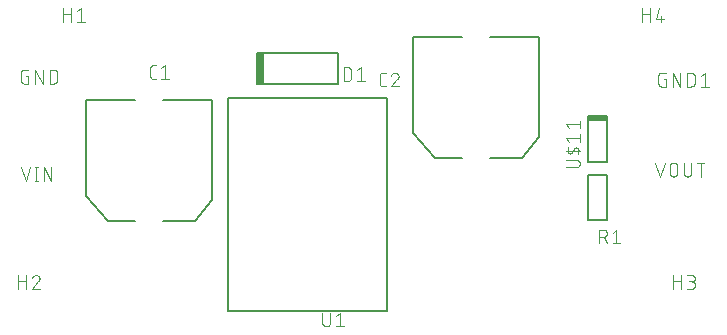
<source format=gbr>
G04 EAGLE Gerber RS-274X export*
G75*
%MOMM*%
%FSLAX34Y34*%
%LPD*%
%INSilkscreen Top*%
%IPPOS*%
%AMOC8*
5,1,8,0,0,1.08239X$1,22.5*%
G01*
%ADD10C,0.127000*%
%ADD11C,0.101600*%


D10*
X113730Y212290D02*
X72430Y212290D01*
X72430Y131290D01*
X90430Y110290D01*
X113730Y110290D01*
X137730Y212290D02*
X179030Y212290D01*
X179030Y128290D01*
X164030Y110290D01*
X137730Y110290D01*
D11*
X131581Y230448D02*
X128984Y230448D01*
X128885Y230450D01*
X128785Y230456D01*
X128686Y230465D01*
X128588Y230478D01*
X128490Y230495D01*
X128392Y230516D01*
X128296Y230541D01*
X128201Y230569D01*
X128107Y230601D01*
X128014Y230636D01*
X127922Y230675D01*
X127832Y230718D01*
X127744Y230763D01*
X127657Y230813D01*
X127573Y230865D01*
X127490Y230921D01*
X127410Y230979D01*
X127332Y231041D01*
X127257Y231106D01*
X127184Y231174D01*
X127114Y231244D01*
X127046Y231317D01*
X126981Y231392D01*
X126919Y231470D01*
X126861Y231550D01*
X126805Y231633D01*
X126753Y231717D01*
X126703Y231804D01*
X126658Y231892D01*
X126615Y231982D01*
X126576Y232074D01*
X126541Y232167D01*
X126509Y232261D01*
X126481Y232356D01*
X126456Y232452D01*
X126435Y232550D01*
X126418Y232648D01*
X126405Y232746D01*
X126396Y232845D01*
X126390Y232945D01*
X126388Y233044D01*
X126388Y239536D01*
X126390Y239635D01*
X126396Y239735D01*
X126405Y239834D01*
X126418Y239932D01*
X126435Y240030D01*
X126456Y240128D01*
X126481Y240224D01*
X126509Y240319D01*
X126541Y240413D01*
X126576Y240506D01*
X126615Y240598D01*
X126658Y240688D01*
X126703Y240776D01*
X126753Y240863D01*
X126805Y240947D01*
X126861Y241030D01*
X126919Y241110D01*
X126981Y241188D01*
X127046Y241263D01*
X127114Y241336D01*
X127184Y241406D01*
X127257Y241474D01*
X127332Y241539D01*
X127410Y241601D01*
X127490Y241659D01*
X127573Y241715D01*
X127657Y241767D01*
X127744Y241817D01*
X127832Y241862D01*
X127922Y241905D01*
X128014Y241944D01*
X128106Y241979D01*
X128201Y242011D01*
X128296Y242039D01*
X128392Y242064D01*
X128490Y242085D01*
X128588Y242102D01*
X128686Y242115D01*
X128785Y242124D01*
X128885Y242130D01*
X128984Y242132D01*
X131581Y242132D01*
X135946Y239536D02*
X139192Y242132D01*
X139192Y230448D01*
X142437Y230448D02*
X135946Y230448D01*
D10*
X349290Y265630D02*
X390590Y265630D01*
X349290Y265630D02*
X349290Y184630D01*
X367290Y163630D01*
X390590Y163630D01*
X414590Y265630D02*
X455890Y265630D01*
X455890Y181630D01*
X440890Y163630D01*
X414590Y163630D01*
D11*
X325891Y224098D02*
X323294Y224098D01*
X323195Y224100D01*
X323095Y224106D01*
X322996Y224115D01*
X322898Y224128D01*
X322800Y224145D01*
X322702Y224166D01*
X322606Y224191D01*
X322511Y224219D01*
X322417Y224251D01*
X322324Y224286D01*
X322232Y224325D01*
X322142Y224368D01*
X322054Y224413D01*
X321967Y224463D01*
X321883Y224515D01*
X321800Y224571D01*
X321720Y224629D01*
X321642Y224691D01*
X321567Y224756D01*
X321494Y224824D01*
X321424Y224894D01*
X321356Y224967D01*
X321291Y225042D01*
X321229Y225120D01*
X321171Y225200D01*
X321115Y225283D01*
X321063Y225367D01*
X321013Y225454D01*
X320968Y225542D01*
X320925Y225632D01*
X320886Y225724D01*
X320851Y225817D01*
X320819Y225911D01*
X320791Y226006D01*
X320766Y226102D01*
X320745Y226200D01*
X320728Y226298D01*
X320715Y226396D01*
X320706Y226495D01*
X320700Y226595D01*
X320698Y226694D01*
X320698Y233186D01*
X320700Y233285D01*
X320706Y233385D01*
X320715Y233484D01*
X320728Y233582D01*
X320745Y233680D01*
X320766Y233778D01*
X320791Y233874D01*
X320819Y233969D01*
X320851Y234063D01*
X320886Y234156D01*
X320925Y234248D01*
X320968Y234338D01*
X321013Y234426D01*
X321063Y234513D01*
X321115Y234597D01*
X321171Y234680D01*
X321229Y234760D01*
X321291Y234838D01*
X321356Y234913D01*
X321424Y234986D01*
X321494Y235056D01*
X321567Y235124D01*
X321642Y235189D01*
X321720Y235251D01*
X321800Y235309D01*
X321883Y235365D01*
X321967Y235417D01*
X322054Y235467D01*
X322142Y235512D01*
X322232Y235555D01*
X322324Y235594D01*
X322416Y235629D01*
X322511Y235661D01*
X322606Y235689D01*
X322702Y235714D01*
X322800Y235735D01*
X322898Y235752D01*
X322996Y235765D01*
X323095Y235774D01*
X323195Y235780D01*
X323294Y235782D01*
X325891Y235782D01*
X333826Y235782D02*
X333933Y235780D01*
X334039Y235774D01*
X334145Y235764D01*
X334251Y235751D01*
X334357Y235733D01*
X334461Y235712D01*
X334565Y235687D01*
X334668Y235658D01*
X334769Y235626D01*
X334869Y235589D01*
X334968Y235549D01*
X335066Y235506D01*
X335162Y235459D01*
X335256Y235408D01*
X335348Y235354D01*
X335438Y235297D01*
X335526Y235237D01*
X335611Y235173D01*
X335694Y235106D01*
X335775Y235036D01*
X335853Y234964D01*
X335929Y234888D01*
X336001Y234810D01*
X336071Y234729D01*
X336138Y234646D01*
X336202Y234561D01*
X336262Y234473D01*
X336319Y234383D01*
X336373Y234291D01*
X336424Y234197D01*
X336471Y234101D01*
X336514Y234003D01*
X336554Y233904D01*
X336591Y233804D01*
X336623Y233703D01*
X336652Y233600D01*
X336677Y233496D01*
X336698Y233392D01*
X336716Y233286D01*
X336729Y233180D01*
X336739Y233074D01*
X336745Y232968D01*
X336747Y232861D01*
X333826Y235782D02*
X333705Y235780D01*
X333584Y235774D01*
X333464Y235764D01*
X333343Y235751D01*
X333224Y235733D01*
X333104Y235712D01*
X332986Y235687D01*
X332869Y235658D01*
X332752Y235625D01*
X332637Y235589D01*
X332523Y235548D01*
X332410Y235505D01*
X332298Y235457D01*
X332189Y235406D01*
X332081Y235351D01*
X331974Y235293D01*
X331870Y235232D01*
X331768Y235167D01*
X331668Y235099D01*
X331570Y235028D01*
X331474Y234954D01*
X331381Y234877D01*
X331291Y234796D01*
X331203Y234713D01*
X331118Y234627D01*
X331035Y234538D01*
X330956Y234447D01*
X330879Y234353D01*
X330806Y234257D01*
X330736Y234159D01*
X330669Y234058D01*
X330605Y233955D01*
X330545Y233850D01*
X330488Y233743D01*
X330434Y233635D01*
X330384Y233525D01*
X330338Y233413D01*
X330295Y233300D01*
X330256Y233185D01*
X335774Y230589D02*
X335853Y230666D01*
X335929Y230747D01*
X336002Y230830D01*
X336072Y230915D01*
X336139Y231003D01*
X336203Y231093D01*
X336263Y231185D01*
X336320Y231280D01*
X336374Y231376D01*
X336425Y231474D01*
X336472Y231574D01*
X336516Y231676D01*
X336556Y231779D01*
X336592Y231883D01*
X336624Y231989D01*
X336653Y232095D01*
X336678Y232203D01*
X336700Y232311D01*
X336717Y232421D01*
X336731Y232530D01*
X336740Y232640D01*
X336746Y232751D01*
X336748Y232861D01*
X335774Y230589D02*
X330256Y224098D01*
X336747Y224098D01*
D10*
X285590Y225760D02*
X221590Y225760D01*
X285590Y225760D02*
X285590Y252760D01*
X221590Y252760D01*
X221590Y225760D01*
X220590Y225760D01*
X219590Y225760D01*
X217590Y225760D02*
X216590Y225760D01*
X216590Y252760D01*
X217590Y252760D02*
X219590Y252760D01*
X220590Y252760D02*
X221590Y252760D01*
X219590Y251760D02*
X219590Y225760D01*
X217590Y225760D01*
X217590Y251760D01*
X217590Y252760D01*
X216590Y252760D01*
X218590Y251760D02*
X218590Y226760D01*
X218590Y251760D02*
X217590Y251760D01*
X220590Y252760D02*
X220590Y225760D01*
X220590Y252760D02*
X219590Y252760D01*
D11*
X290180Y240302D02*
X290180Y228618D01*
X290180Y240302D02*
X293425Y240302D01*
X293538Y240300D01*
X293651Y240294D01*
X293764Y240284D01*
X293877Y240270D01*
X293989Y240253D01*
X294100Y240231D01*
X294210Y240206D01*
X294320Y240176D01*
X294428Y240143D01*
X294535Y240106D01*
X294641Y240066D01*
X294745Y240021D01*
X294848Y239973D01*
X294949Y239922D01*
X295048Y239867D01*
X295145Y239809D01*
X295240Y239747D01*
X295333Y239682D01*
X295423Y239614D01*
X295511Y239543D01*
X295597Y239468D01*
X295680Y239391D01*
X295760Y239311D01*
X295837Y239228D01*
X295912Y239142D01*
X295983Y239054D01*
X296051Y238964D01*
X296116Y238871D01*
X296178Y238776D01*
X296236Y238679D01*
X296291Y238580D01*
X296342Y238479D01*
X296390Y238376D01*
X296435Y238272D01*
X296475Y238166D01*
X296512Y238059D01*
X296545Y237951D01*
X296575Y237841D01*
X296600Y237731D01*
X296622Y237620D01*
X296639Y237508D01*
X296653Y237395D01*
X296663Y237282D01*
X296669Y237169D01*
X296671Y237056D01*
X296671Y231864D01*
X296672Y231864D02*
X296670Y231751D01*
X296664Y231638D01*
X296654Y231525D01*
X296640Y231412D01*
X296623Y231300D01*
X296601Y231189D01*
X296576Y231079D01*
X296546Y230969D01*
X296513Y230861D01*
X296476Y230754D01*
X296436Y230648D01*
X296391Y230544D01*
X296343Y230441D01*
X296292Y230340D01*
X296237Y230241D01*
X296179Y230144D01*
X296117Y230049D01*
X296052Y229956D01*
X295984Y229866D01*
X295913Y229778D01*
X295838Y229692D01*
X295761Y229609D01*
X295681Y229529D01*
X295598Y229452D01*
X295512Y229377D01*
X295424Y229306D01*
X295334Y229238D01*
X295241Y229173D01*
X295146Y229111D01*
X295049Y229053D01*
X294950Y228998D01*
X294849Y228947D01*
X294746Y228899D01*
X294642Y228854D01*
X294536Y228814D01*
X294429Y228777D01*
X294321Y228744D01*
X294211Y228714D01*
X294101Y228689D01*
X293990Y228667D01*
X293878Y228650D01*
X293765Y228636D01*
X293652Y228626D01*
X293539Y228620D01*
X293426Y228618D01*
X293425Y228618D02*
X290180Y228618D01*
X301991Y237706D02*
X305236Y240302D01*
X305236Y228618D01*
X301991Y228618D02*
X308482Y228618D01*
X23368Y233059D02*
X21421Y233059D01*
X23368Y233059D02*
X23368Y226568D01*
X19473Y226568D01*
X19374Y226570D01*
X19274Y226576D01*
X19175Y226585D01*
X19077Y226598D01*
X18979Y226615D01*
X18881Y226636D01*
X18785Y226661D01*
X18690Y226689D01*
X18596Y226721D01*
X18503Y226756D01*
X18411Y226795D01*
X18321Y226838D01*
X18233Y226883D01*
X18146Y226933D01*
X18062Y226985D01*
X17979Y227041D01*
X17899Y227099D01*
X17821Y227161D01*
X17746Y227226D01*
X17673Y227294D01*
X17603Y227364D01*
X17535Y227437D01*
X17470Y227512D01*
X17408Y227590D01*
X17350Y227670D01*
X17294Y227753D01*
X17242Y227837D01*
X17192Y227924D01*
X17147Y228012D01*
X17104Y228102D01*
X17065Y228194D01*
X17030Y228287D01*
X16998Y228381D01*
X16970Y228476D01*
X16945Y228572D01*
X16924Y228670D01*
X16907Y228768D01*
X16894Y228866D01*
X16885Y228965D01*
X16879Y229065D01*
X16877Y229164D01*
X16877Y235656D01*
X16879Y235755D01*
X16885Y235855D01*
X16894Y235954D01*
X16907Y236052D01*
X16924Y236150D01*
X16945Y236248D01*
X16970Y236344D01*
X16998Y236439D01*
X17030Y236533D01*
X17065Y236626D01*
X17104Y236718D01*
X17147Y236808D01*
X17192Y236896D01*
X17242Y236983D01*
X17294Y237067D01*
X17350Y237150D01*
X17408Y237230D01*
X17470Y237308D01*
X17535Y237383D01*
X17603Y237456D01*
X17673Y237526D01*
X17746Y237594D01*
X17821Y237659D01*
X17899Y237721D01*
X17979Y237779D01*
X18062Y237835D01*
X18146Y237887D01*
X18233Y237937D01*
X18321Y237982D01*
X18411Y238025D01*
X18503Y238064D01*
X18595Y238099D01*
X18690Y238131D01*
X18785Y238159D01*
X18881Y238184D01*
X18979Y238205D01*
X19077Y238222D01*
X19175Y238235D01*
X19274Y238244D01*
X19374Y238250D01*
X19473Y238252D01*
X23368Y238252D01*
X29069Y238252D02*
X29069Y226568D01*
X35560Y226568D02*
X29069Y238252D01*
X35560Y238252D02*
X35560Y226568D01*
X41261Y226568D02*
X41261Y238252D01*
X44506Y238252D01*
X44619Y238250D01*
X44732Y238244D01*
X44845Y238234D01*
X44958Y238220D01*
X45070Y238203D01*
X45181Y238181D01*
X45291Y238156D01*
X45401Y238126D01*
X45509Y238093D01*
X45616Y238056D01*
X45722Y238016D01*
X45826Y237971D01*
X45929Y237923D01*
X46030Y237872D01*
X46129Y237817D01*
X46226Y237759D01*
X46321Y237697D01*
X46414Y237632D01*
X46504Y237564D01*
X46592Y237493D01*
X46678Y237418D01*
X46761Y237341D01*
X46841Y237261D01*
X46918Y237178D01*
X46993Y237092D01*
X47064Y237004D01*
X47132Y236914D01*
X47197Y236821D01*
X47259Y236726D01*
X47317Y236629D01*
X47372Y236530D01*
X47423Y236429D01*
X47471Y236326D01*
X47516Y236222D01*
X47556Y236116D01*
X47593Y236009D01*
X47626Y235901D01*
X47656Y235791D01*
X47681Y235681D01*
X47703Y235570D01*
X47720Y235458D01*
X47734Y235345D01*
X47744Y235232D01*
X47750Y235119D01*
X47752Y235006D01*
X47752Y229814D01*
X47750Y229701D01*
X47744Y229588D01*
X47734Y229475D01*
X47720Y229362D01*
X47703Y229250D01*
X47681Y229139D01*
X47656Y229029D01*
X47626Y228919D01*
X47593Y228811D01*
X47556Y228704D01*
X47516Y228598D01*
X47471Y228494D01*
X47423Y228391D01*
X47372Y228290D01*
X47317Y228191D01*
X47259Y228094D01*
X47197Y227999D01*
X47132Y227906D01*
X47064Y227816D01*
X46993Y227728D01*
X46918Y227642D01*
X46841Y227559D01*
X46761Y227479D01*
X46678Y227402D01*
X46592Y227327D01*
X46504Y227256D01*
X46414Y227188D01*
X46321Y227123D01*
X46226Y227061D01*
X46129Y227003D01*
X46030Y226948D01*
X45929Y226897D01*
X45826Y226849D01*
X45722Y226804D01*
X45616Y226764D01*
X45509Y226727D01*
X45401Y226694D01*
X45291Y226664D01*
X45181Y226639D01*
X45070Y226617D01*
X44958Y226600D01*
X44845Y226586D01*
X44732Y226576D01*
X44619Y226570D01*
X44506Y226568D01*
X41261Y226568D01*
X561312Y230519D02*
X563259Y230519D01*
X563259Y224028D01*
X559364Y224028D01*
X559265Y224030D01*
X559165Y224036D01*
X559066Y224045D01*
X558968Y224058D01*
X558870Y224075D01*
X558772Y224096D01*
X558676Y224121D01*
X558581Y224149D01*
X558487Y224181D01*
X558394Y224216D01*
X558302Y224255D01*
X558212Y224298D01*
X558124Y224343D01*
X558037Y224393D01*
X557953Y224445D01*
X557870Y224501D01*
X557790Y224559D01*
X557712Y224621D01*
X557637Y224686D01*
X557564Y224754D01*
X557494Y224824D01*
X557426Y224897D01*
X557361Y224972D01*
X557299Y225050D01*
X557241Y225130D01*
X557185Y225213D01*
X557133Y225297D01*
X557083Y225384D01*
X557038Y225472D01*
X556995Y225562D01*
X556956Y225654D01*
X556921Y225747D01*
X556889Y225841D01*
X556861Y225936D01*
X556836Y226032D01*
X556815Y226130D01*
X556798Y226228D01*
X556785Y226326D01*
X556776Y226425D01*
X556770Y226525D01*
X556768Y226624D01*
X556768Y233116D01*
X556770Y233215D01*
X556776Y233315D01*
X556785Y233414D01*
X556798Y233512D01*
X556815Y233610D01*
X556836Y233708D01*
X556861Y233804D01*
X556889Y233899D01*
X556921Y233993D01*
X556956Y234086D01*
X556995Y234178D01*
X557038Y234268D01*
X557083Y234356D01*
X557133Y234443D01*
X557185Y234527D01*
X557241Y234610D01*
X557299Y234690D01*
X557361Y234768D01*
X557426Y234843D01*
X557494Y234916D01*
X557564Y234986D01*
X557637Y235054D01*
X557712Y235119D01*
X557790Y235181D01*
X557870Y235239D01*
X557953Y235295D01*
X558037Y235347D01*
X558124Y235397D01*
X558212Y235442D01*
X558302Y235485D01*
X558394Y235524D01*
X558486Y235559D01*
X558581Y235591D01*
X558676Y235619D01*
X558772Y235644D01*
X558870Y235665D01*
X558968Y235682D01*
X559066Y235695D01*
X559165Y235704D01*
X559265Y235710D01*
X559364Y235712D01*
X563259Y235712D01*
X568960Y235712D02*
X568960Y224028D01*
X575451Y224028D02*
X568960Y235712D01*
X575451Y235712D02*
X575451Y224028D01*
X581152Y224028D02*
X581152Y235712D01*
X584397Y235712D01*
X584510Y235710D01*
X584623Y235704D01*
X584736Y235694D01*
X584849Y235680D01*
X584961Y235663D01*
X585072Y235641D01*
X585182Y235616D01*
X585292Y235586D01*
X585400Y235553D01*
X585507Y235516D01*
X585613Y235476D01*
X585717Y235431D01*
X585820Y235383D01*
X585921Y235332D01*
X586020Y235277D01*
X586117Y235219D01*
X586212Y235157D01*
X586305Y235092D01*
X586395Y235024D01*
X586483Y234953D01*
X586569Y234878D01*
X586652Y234801D01*
X586732Y234721D01*
X586809Y234638D01*
X586884Y234552D01*
X586955Y234464D01*
X587023Y234374D01*
X587088Y234281D01*
X587150Y234186D01*
X587208Y234089D01*
X587263Y233990D01*
X587314Y233889D01*
X587362Y233786D01*
X587407Y233682D01*
X587447Y233576D01*
X587484Y233469D01*
X587517Y233361D01*
X587547Y233251D01*
X587572Y233141D01*
X587594Y233030D01*
X587611Y232918D01*
X587625Y232805D01*
X587635Y232692D01*
X587641Y232579D01*
X587643Y232466D01*
X587643Y227274D01*
X587644Y227274D02*
X587642Y227161D01*
X587636Y227048D01*
X587626Y226935D01*
X587612Y226822D01*
X587595Y226710D01*
X587573Y226599D01*
X587548Y226489D01*
X587518Y226379D01*
X587485Y226271D01*
X587448Y226164D01*
X587408Y226058D01*
X587363Y225954D01*
X587315Y225851D01*
X587264Y225750D01*
X587209Y225651D01*
X587151Y225554D01*
X587089Y225459D01*
X587024Y225366D01*
X586956Y225276D01*
X586885Y225188D01*
X586810Y225102D01*
X586733Y225019D01*
X586653Y224939D01*
X586570Y224862D01*
X586484Y224787D01*
X586396Y224716D01*
X586306Y224648D01*
X586213Y224583D01*
X586118Y224521D01*
X586021Y224463D01*
X585922Y224408D01*
X585821Y224357D01*
X585718Y224309D01*
X585614Y224264D01*
X585508Y224224D01*
X585401Y224187D01*
X585293Y224154D01*
X585183Y224124D01*
X585073Y224099D01*
X584962Y224077D01*
X584850Y224060D01*
X584737Y224046D01*
X584624Y224036D01*
X584511Y224030D01*
X584398Y224028D01*
X584397Y224028D02*
X581152Y224028D01*
X592963Y233116D02*
X596208Y235712D01*
X596208Y224028D01*
X592963Y224028D02*
X599454Y224028D01*
X52578Y278638D02*
X52578Y290322D01*
X52578Y285129D02*
X59069Y285129D01*
X59069Y290322D02*
X59069Y278638D01*
X64389Y287726D02*
X67635Y290322D01*
X67635Y278638D01*
X70880Y278638D02*
X64389Y278638D01*
X14478Y64262D02*
X14478Y52578D01*
X14478Y59069D02*
X20969Y59069D01*
X20969Y64262D02*
X20969Y52578D01*
X29859Y64262D02*
X29966Y64260D01*
X30072Y64254D01*
X30178Y64244D01*
X30284Y64231D01*
X30390Y64213D01*
X30494Y64192D01*
X30598Y64167D01*
X30701Y64138D01*
X30802Y64106D01*
X30902Y64069D01*
X31001Y64029D01*
X31099Y63986D01*
X31195Y63939D01*
X31289Y63888D01*
X31381Y63834D01*
X31471Y63777D01*
X31559Y63717D01*
X31644Y63653D01*
X31727Y63586D01*
X31808Y63516D01*
X31886Y63444D01*
X31962Y63368D01*
X32034Y63290D01*
X32104Y63209D01*
X32171Y63126D01*
X32235Y63041D01*
X32295Y62953D01*
X32352Y62863D01*
X32406Y62771D01*
X32457Y62677D01*
X32504Y62581D01*
X32547Y62483D01*
X32587Y62384D01*
X32624Y62284D01*
X32656Y62183D01*
X32685Y62080D01*
X32710Y61976D01*
X32731Y61872D01*
X32749Y61766D01*
X32762Y61660D01*
X32772Y61554D01*
X32778Y61448D01*
X32780Y61341D01*
X29859Y64262D02*
X29738Y64260D01*
X29617Y64254D01*
X29497Y64244D01*
X29376Y64231D01*
X29257Y64213D01*
X29137Y64192D01*
X29019Y64167D01*
X28902Y64138D01*
X28785Y64105D01*
X28670Y64069D01*
X28556Y64028D01*
X28443Y63985D01*
X28331Y63937D01*
X28222Y63886D01*
X28114Y63831D01*
X28007Y63773D01*
X27903Y63712D01*
X27801Y63647D01*
X27701Y63579D01*
X27603Y63508D01*
X27507Y63434D01*
X27414Y63357D01*
X27324Y63276D01*
X27236Y63193D01*
X27151Y63107D01*
X27068Y63018D01*
X26989Y62927D01*
X26912Y62833D01*
X26839Y62737D01*
X26769Y62639D01*
X26702Y62538D01*
X26638Y62435D01*
X26578Y62330D01*
X26521Y62223D01*
X26467Y62115D01*
X26417Y62005D01*
X26371Y61893D01*
X26328Y61780D01*
X26289Y61665D01*
X31807Y59069D02*
X31886Y59146D01*
X31962Y59227D01*
X32035Y59310D01*
X32105Y59395D01*
X32172Y59483D01*
X32236Y59573D01*
X32296Y59665D01*
X32353Y59760D01*
X32407Y59856D01*
X32458Y59954D01*
X32505Y60054D01*
X32549Y60156D01*
X32589Y60259D01*
X32625Y60363D01*
X32657Y60469D01*
X32686Y60575D01*
X32711Y60683D01*
X32733Y60791D01*
X32750Y60901D01*
X32764Y61010D01*
X32773Y61120D01*
X32779Y61231D01*
X32781Y61341D01*
X31806Y59069D02*
X26289Y52578D01*
X32780Y52578D01*
X569468Y52578D02*
X569468Y64262D01*
X569468Y59069D02*
X575959Y59069D01*
X575959Y64262D02*
X575959Y52578D01*
X581279Y52578D02*
X584525Y52578D01*
X584638Y52580D01*
X584751Y52586D01*
X584864Y52596D01*
X584977Y52610D01*
X585089Y52627D01*
X585200Y52649D01*
X585310Y52674D01*
X585420Y52704D01*
X585528Y52737D01*
X585635Y52774D01*
X585741Y52814D01*
X585845Y52859D01*
X585948Y52907D01*
X586049Y52958D01*
X586148Y53013D01*
X586245Y53071D01*
X586340Y53133D01*
X586433Y53198D01*
X586523Y53266D01*
X586611Y53337D01*
X586697Y53412D01*
X586780Y53489D01*
X586860Y53569D01*
X586937Y53652D01*
X587012Y53738D01*
X587083Y53826D01*
X587151Y53916D01*
X587216Y54009D01*
X587278Y54104D01*
X587336Y54201D01*
X587391Y54300D01*
X587442Y54401D01*
X587490Y54504D01*
X587535Y54608D01*
X587575Y54714D01*
X587612Y54821D01*
X587645Y54929D01*
X587675Y55039D01*
X587700Y55149D01*
X587722Y55260D01*
X587739Y55372D01*
X587753Y55485D01*
X587763Y55598D01*
X587769Y55711D01*
X587771Y55824D01*
X587769Y55937D01*
X587763Y56050D01*
X587753Y56163D01*
X587739Y56276D01*
X587722Y56388D01*
X587700Y56499D01*
X587675Y56609D01*
X587645Y56719D01*
X587612Y56827D01*
X587575Y56934D01*
X587535Y57040D01*
X587490Y57144D01*
X587442Y57247D01*
X587391Y57348D01*
X587336Y57447D01*
X587278Y57544D01*
X587216Y57639D01*
X587151Y57732D01*
X587083Y57822D01*
X587012Y57910D01*
X586937Y57996D01*
X586860Y58079D01*
X586780Y58159D01*
X586697Y58236D01*
X586611Y58311D01*
X586523Y58382D01*
X586433Y58450D01*
X586340Y58515D01*
X586245Y58577D01*
X586148Y58635D01*
X586049Y58690D01*
X585948Y58741D01*
X585845Y58789D01*
X585741Y58834D01*
X585635Y58874D01*
X585528Y58911D01*
X585420Y58944D01*
X585310Y58974D01*
X585200Y58999D01*
X585089Y59021D01*
X584977Y59038D01*
X584864Y59052D01*
X584751Y59062D01*
X584638Y59068D01*
X584525Y59070D01*
X585174Y64262D02*
X581279Y64262D01*
X585174Y64262D02*
X585275Y64260D01*
X585375Y64254D01*
X585475Y64244D01*
X585575Y64231D01*
X585674Y64213D01*
X585773Y64192D01*
X585870Y64167D01*
X585967Y64138D01*
X586062Y64105D01*
X586156Y64069D01*
X586248Y64029D01*
X586339Y63986D01*
X586428Y63939D01*
X586515Y63889D01*
X586601Y63835D01*
X586684Y63778D01*
X586764Y63718D01*
X586843Y63655D01*
X586919Y63588D01*
X586992Y63519D01*
X587062Y63447D01*
X587130Y63373D01*
X587195Y63296D01*
X587256Y63216D01*
X587315Y63134D01*
X587370Y63050D01*
X587422Y62964D01*
X587471Y62876D01*
X587516Y62786D01*
X587558Y62694D01*
X587596Y62601D01*
X587630Y62506D01*
X587661Y62411D01*
X587688Y62314D01*
X587711Y62216D01*
X587731Y62117D01*
X587746Y62017D01*
X587758Y61917D01*
X587766Y61817D01*
X587770Y61716D01*
X587770Y61616D01*
X587766Y61515D01*
X587758Y61415D01*
X587746Y61315D01*
X587731Y61215D01*
X587711Y61116D01*
X587688Y61018D01*
X587661Y60921D01*
X587630Y60826D01*
X587596Y60731D01*
X587558Y60638D01*
X587516Y60546D01*
X587471Y60456D01*
X587422Y60368D01*
X587370Y60282D01*
X587315Y60198D01*
X587256Y60116D01*
X587195Y60036D01*
X587130Y59959D01*
X587062Y59885D01*
X586992Y59813D01*
X586919Y59744D01*
X586843Y59677D01*
X586764Y59614D01*
X586684Y59554D01*
X586601Y59497D01*
X586515Y59443D01*
X586428Y59393D01*
X586339Y59346D01*
X586248Y59303D01*
X586156Y59263D01*
X586062Y59227D01*
X585967Y59194D01*
X585870Y59165D01*
X585773Y59140D01*
X585674Y59119D01*
X585575Y59101D01*
X585475Y59088D01*
X585375Y59078D01*
X585275Y59072D01*
X585174Y59070D01*
X585174Y59069D02*
X582577Y59069D01*
X542798Y278638D02*
X542798Y290322D01*
X542798Y285129D02*
X549289Y285129D01*
X549289Y290322D02*
X549289Y278638D01*
X554609Y281234D02*
X557205Y290322D01*
X554609Y281234D02*
X561100Y281234D01*
X559153Y283831D02*
X559153Y278638D01*
D10*
X513460Y111240D02*
X497460Y111240D01*
X497460Y149240D01*
X513460Y149240D01*
X513460Y111240D01*
D11*
X506668Y102932D02*
X506668Y91248D01*
X506668Y102932D02*
X509914Y102932D01*
X510027Y102930D01*
X510140Y102924D01*
X510253Y102914D01*
X510366Y102900D01*
X510478Y102883D01*
X510589Y102861D01*
X510699Y102836D01*
X510809Y102806D01*
X510917Y102773D01*
X511024Y102736D01*
X511130Y102696D01*
X511234Y102651D01*
X511337Y102603D01*
X511438Y102552D01*
X511537Y102497D01*
X511634Y102439D01*
X511729Y102377D01*
X511822Y102312D01*
X511912Y102244D01*
X512000Y102173D01*
X512086Y102098D01*
X512169Y102021D01*
X512249Y101941D01*
X512326Y101858D01*
X512401Y101772D01*
X512472Y101684D01*
X512540Y101594D01*
X512605Y101501D01*
X512667Y101406D01*
X512725Y101309D01*
X512780Y101210D01*
X512831Y101109D01*
X512879Y101006D01*
X512924Y100902D01*
X512964Y100796D01*
X513001Y100689D01*
X513034Y100581D01*
X513064Y100471D01*
X513089Y100361D01*
X513111Y100250D01*
X513128Y100138D01*
X513142Y100025D01*
X513152Y99912D01*
X513158Y99799D01*
X513160Y99686D01*
X513158Y99573D01*
X513152Y99460D01*
X513142Y99347D01*
X513128Y99234D01*
X513111Y99122D01*
X513089Y99011D01*
X513064Y98901D01*
X513034Y98791D01*
X513001Y98683D01*
X512964Y98576D01*
X512924Y98470D01*
X512879Y98366D01*
X512831Y98263D01*
X512780Y98162D01*
X512725Y98063D01*
X512667Y97966D01*
X512605Y97871D01*
X512540Y97778D01*
X512472Y97688D01*
X512401Y97600D01*
X512326Y97514D01*
X512249Y97431D01*
X512169Y97351D01*
X512086Y97274D01*
X512000Y97199D01*
X511912Y97128D01*
X511822Y97060D01*
X511729Y96995D01*
X511634Y96933D01*
X511537Y96875D01*
X511438Y96820D01*
X511337Y96769D01*
X511234Y96721D01*
X511130Y96676D01*
X511024Y96636D01*
X510917Y96599D01*
X510809Y96566D01*
X510699Y96536D01*
X510589Y96511D01*
X510478Y96489D01*
X510366Y96472D01*
X510253Y96458D01*
X510140Y96448D01*
X510027Y96442D01*
X509914Y96440D01*
X509914Y96441D02*
X506668Y96441D01*
X510563Y96441D02*
X513159Y91248D01*
X518024Y100336D02*
X521270Y102932D01*
X521270Y91248D01*
X524515Y91248D02*
X518024Y91248D01*
D10*
X497160Y160040D02*
X497160Y196040D01*
X513160Y196040D01*
X513160Y160040D01*
X497160Y160040D01*
X497160Y163040D02*
X497160Y199040D01*
X513160Y199040D01*
X513160Y163040D01*
X512860Y197040D02*
X497860Y197040D01*
X497860Y198040D02*
X512860Y198040D01*
D11*
X487106Y155548D02*
X478668Y155548D01*
X487106Y155548D02*
X487219Y155550D01*
X487332Y155556D01*
X487445Y155566D01*
X487558Y155580D01*
X487670Y155597D01*
X487781Y155619D01*
X487891Y155644D01*
X488001Y155674D01*
X488109Y155707D01*
X488216Y155744D01*
X488322Y155784D01*
X488426Y155829D01*
X488529Y155877D01*
X488630Y155928D01*
X488729Y155983D01*
X488826Y156041D01*
X488921Y156103D01*
X489014Y156168D01*
X489104Y156236D01*
X489192Y156307D01*
X489278Y156382D01*
X489361Y156459D01*
X489441Y156539D01*
X489518Y156622D01*
X489593Y156708D01*
X489664Y156796D01*
X489732Y156886D01*
X489797Y156979D01*
X489859Y157074D01*
X489917Y157171D01*
X489972Y157270D01*
X490023Y157371D01*
X490071Y157474D01*
X490116Y157578D01*
X490156Y157684D01*
X490193Y157791D01*
X490226Y157899D01*
X490256Y158009D01*
X490281Y158119D01*
X490303Y158230D01*
X490320Y158342D01*
X490334Y158455D01*
X490344Y158568D01*
X490350Y158681D01*
X490352Y158794D01*
X490350Y158907D01*
X490344Y159020D01*
X490334Y159133D01*
X490320Y159246D01*
X490303Y159358D01*
X490281Y159469D01*
X490256Y159579D01*
X490226Y159689D01*
X490193Y159797D01*
X490156Y159904D01*
X490116Y160010D01*
X490071Y160114D01*
X490023Y160217D01*
X489972Y160318D01*
X489917Y160417D01*
X489859Y160514D01*
X489797Y160609D01*
X489732Y160702D01*
X489664Y160792D01*
X489593Y160880D01*
X489518Y160966D01*
X489441Y161049D01*
X489361Y161129D01*
X489278Y161206D01*
X489192Y161281D01*
X489104Y161352D01*
X489014Y161420D01*
X488921Y161485D01*
X488826Y161547D01*
X488729Y161605D01*
X488630Y161660D01*
X488529Y161711D01*
X488426Y161759D01*
X488322Y161804D01*
X488216Y161844D01*
X488109Y161881D01*
X488001Y161914D01*
X487891Y161944D01*
X487781Y161969D01*
X487670Y161991D01*
X487558Y162008D01*
X487445Y162022D01*
X487332Y162032D01*
X487219Y162038D01*
X487106Y162040D01*
X487106Y162039D02*
X478668Y162039D01*
X478668Y169843D02*
X490352Y169843D01*
X484510Y169843D02*
X483536Y168220D01*
X483537Y168219D02*
X483490Y168146D01*
X483441Y168075D01*
X483388Y168006D01*
X483332Y167939D01*
X483273Y167875D01*
X483212Y167813D01*
X483148Y167755D01*
X483081Y167699D01*
X483012Y167647D01*
X482940Y167597D01*
X482866Y167551D01*
X482791Y167508D01*
X482713Y167469D01*
X482634Y167433D01*
X482553Y167401D01*
X482471Y167372D01*
X482388Y167347D01*
X482304Y167326D01*
X482219Y167309D01*
X482133Y167295D01*
X482047Y167286D01*
X481960Y167280D01*
X481873Y167278D01*
X481786Y167280D01*
X481699Y167286D01*
X481613Y167296D01*
X481527Y167309D01*
X481442Y167327D01*
X481358Y167348D01*
X481275Y167373D01*
X481192Y167402D01*
X481112Y167434D01*
X481033Y167470D01*
X480955Y167509D01*
X480880Y167552D01*
X480806Y167599D01*
X480735Y167648D01*
X480665Y167701D01*
X480599Y167756D01*
X480535Y167815D01*
X480473Y167876D01*
X480414Y167940D01*
X480359Y168007D01*
X480306Y168076D01*
X480256Y168148D01*
X480210Y168221D01*
X480167Y168297D01*
X480128Y168374D01*
X480092Y168453D01*
X480059Y168534D01*
X480031Y168616D01*
X480005Y168699D01*
X479984Y168783D01*
X479967Y168868D01*
X479966Y168869D02*
X479942Y169009D01*
X479922Y169151D01*
X479906Y169292D01*
X479895Y169434D01*
X479887Y169577D01*
X479883Y169719D01*
X479882Y169862D01*
X479886Y170005D01*
X479894Y170147D01*
X479906Y170289D01*
X479922Y170431D01*
X479941Y170572D01*
X479965Y170713D01*
X479992Y170853D01*
X480024Y170992D01*
X480059Y171130D01*
X480098Y171268D01*
X480141Y171404D01*
X480187Y171538D01*
X480238Y171672D01*
X480291Y171804D01*
X480349Y171934D01*
X480410Y172063D01*
X480475Y172190D01*
X480543Y172316D01*
X480615Y172439D01*
X484510Y169843D02*
X485484Y171465D01*
X485483Y171466D02*
X485530Y171539D01*
X485579Y171610D01*
X485632Y171680D01*
X485688Y171746D01*
X485747Y171810D01*
X485808Y171872D01*
X485872Y171930D01*
X485939Y171986D01*
X486008Y172038D01*
X486080Y172088D01*
X486154Y172134D01*
X486229Y172177D01*
X486307Y172216D01*
X486386Y172252D01*
X486467Y172284D01*
X486549Y172313D01*
X486632Y172338D01*
X486716Y172359D01*
X486801Y172376D01*
X486887Y172390D01*
X486974Y172399D01*
X487060Y172405D01*
X487147Y172407D01*
X487234Y172405D01*
X487321Y172399D01*
X487407Y172389D01*
X487493Y172376D01*
X487578Y172358D01*
X487662Y172337D01*
X487745Y172312D01*
X487828Y172283D01*
X487908Y172251D01*
X487987Y172215D01*
X488065Y172176D01*
X488140Y172133D01*
X488214Y172086D01*
X488285Y172037D01*
X488355Y171984D01*
X488421Y171929D01*
X488485Y171870D01*
X488547Y171809D01*
X488606Y171744D01*
X488661Y171678D01*
X488714Y171609D01*
X488764Y171537D01*
X488810Y171464D01*
X488853Y171388D01*
X488892Y171311D01*
X488928Y171232D01*
X488961Y171151D01*
X488989Y171069D01*
X489015Y170986D01*
X489036Y170902D01*
X489053Y170816D01*
X489054Y170816D02*
X489078Y170676D01*
X489098Y170534D01*
X489114Y170393D01*
X489125Y170251D01*
X489133Y170108D01*
X489137Y169966D01*
X489138Y169823D01*
X489134Y169680D01*
X489126Y169538D01*
X489114Y169396D01*
X489098Y169254D01*
X489079Y169113D01*
X489055Y168972D01*
X489028Y168832D01*
X488996Y168693D01*
X488961Y168555D01*
X488922Y168417D01*
X488879Y168281D01*
X488833Y168147D01*
X488782Y168013D01*
X488729Y167881D01*
X488671Y167751D01*
X488610Y167622D01*
X488545Y167495D01*
X488477Y167369D01*
X488405Y167246D01*
X481264Y177265D02*
X478668Y180511D01*
X490352Y180511D01*
X490352Y183756D02*
X490352Y177265D01*
X481264Y188695D02*
X478668Y191940D01*
X490352Y191940D01*
X490352Y188695D02*
X490352Y195186D01*
D10*
X327100Y34310D02*
X192100Y34310D01*
X192100Y214310D01*
X327100Y214310D01*
X327100Y34310D01*
D11*
X272240Y32602D02*
X272240Y24164D01*
X272239Y24164D02*
X272241Y24051D01*
X272247Y23938D01*
X272257Y23825D01*
X272271Y23712D01*
X272288Y23600D01*
X272310Y23489D01*
X272335Y23379D01*
X272365Y23269D01*
X272398Y23161D01*
X272435Y23054D01*
X272475Y22948D01*
X272520Y22844D01*
X272568Y22741D01*
X272619Y22640D01*
X272674Y22541D01*
X272732Y22444D01*
X272794Y22349D01*
X272859Y22256D01*
X272927Y22166D01*
X272998Y22078D01*
X273073Y21992D01*
X273150Y21909D01*
X273230Y21829D01*
X273313Y21752D01*
X273399Y21677D01*
X273487Y21606D01*
X273577Y21538D01*
X273670Y21473D01*
X273765Y21411D01*
X273862Y21353D01*
X273961Y21298D01*
X274062Y21247D01*
X274165Y21199D01*
X274269Y21154D01*
X274375Y21114D01*
X274482Y21077D01*
X274590Y21044D01*
X274700Y21014D01*
X274810Y20989D01*
X274921Y20967D01*
X275033Y20950D01*
X275146Y20936D01*
X275259Y20926D01*
X275372Y20920D01*
X275485Y20918D01*
X275598Y20920D01*
X275711Y20926D01*
X275824Y20936D01*
X275937Y20950D01*
X276049Y20967D01*
X276160Y20989D01*
X276270Y21014D01*
X276380Y21044D01*
X276488Y21077D01*
X276595Y21114D01*
X276701Y21154D01*
X276805Y21199D01*
X276908Y21247D01*
X277009Y21298D01*
X277108Y21353D01*
X277205Y21411D01*
X277300Y21473D01*
X277393Y21538D01*
X277483Y21606D01*
X277571Y21677D01*
X277657Y21752D01*
X277740Y21829D01*
X277820Y21909D01*
X277897Y21992D01*
X277972Y22078D01*
X278043Y22166D01*
X278111Y22256D01*
X278176Y22349D01*
X278238Y22444D01*
X278296Y22541D01*
X278351Y22640D01*
X278402Y22741D01*
X278450Y22844D01*
X278495Y22948D01*
X278535Y23054D01*
X278572Y23161D01*
X278605Y23269D01*
X278635Y23379D01*
X278660Y23489D01*
X278682Y23600D01*
X278699Y23712D01*
X278713Y23825D01*
X278723Y23938D01*
X278729Y24051D01*
X278731Y24164D01*
X278731Y32602D01*
X284051Y30006D02*
X287296Y32602D01*
X287296Y20918D01*
X284051Y20918D02*
X290542Y20918D01*
X20913Y144018D02*
X17018Y155702D01*
X24807Y155702D02*
X20913Y144018D01*
X30057Y144018D02*
X30057Y155702D01*
X28758Y144018D02*
X31355Y144018D01*
X31355Y155702D02*
X28758Y155702D01*
X36336Y155702D02*
X36336Y144018D01*
X42827Y144018D02*
X36336Y155702D01*
X42827Y155702D02*
X42827Y144018D01*
X554228Y159512D02*
X558123Y147828D01*
X562017Y159512D01*
X566307Y156266D02*
X566307Y151074D01*
X566307Y156266D02*
X566309Y156379D01*
X566315Y156492D01*
X566325Y156605D01*
X566339Y156718D01*
X566356Y156830D01*
X566378Y156941D01*
X566403Y157051D01*
X566433Y157161D01*
X566466Y157269D01*
X566503Y157376D01*
X566543Y157482D01*
X566588Y157586D01*
X566636Y157689D01*
X566687Y157790D01*
X566742Y157889D01*
X566800Y157986D01*
X566862Y158081D01*
X566927Y158174D01*
X566995Y158264D01*
X567066Y158352D01*
X567141Y158438D01*
X567218Y158521D01*
X567298Y158601D01*
X567381Y158678D01*
X567467Y158753D01*
X567555Y158824D01*
X567645Y158892D01*
X567738Y158957D01*
X567833Y159019D01*
X567930Y159077D01*
X568029Y159132D01*
X568130Y159183D01*
X568233Y159231D01*
X568337Y159276D01*
X568443Y159316D01*
X568550Y159353D01*
X568658Y159386D01*
X568768Y159416D01*
X568878Y159441D01*
X568989Y159463D01*
X569101Y159480D01*
X569214Y159494D01*
X569327Y159504D01*
X569440Y159510D01*
X569553Y159512D01*
X569666Y159510D01*
X569779Y159504D01*
X569892Y159494D01*
X570005Y159480D01*
X570117Y159463D01*
X570228Y159441D01*
X570338Y159416D01*
X570448Y159386D01*
X570556Y159353D01*
X570663Y159316D01*
X570769Y159276D01*
X570873Y159231D01*
X570976Y159183D01*
X571077Y159132D01*
X571176Y159077D01*
X571273Y159019D01*
X571368Y158957D01*
X571461Y158892D01*
X571551Y158824D01*
X571639Y158753D01*
X571725Y158678D01*
X571808Y158601D01*
X571888Y158521D01*
X571965Y158438D01*
X572040Y158352D01*
X572111Y158264D01*
X572179Y158174D01*
X572244Y158081D01*
X572306Y157986D01*
X572364Y157889D01*
X572419Y157790D01*
X572470Y157689D01*
X572518Y157586D01*
X572563Y157482D01*
X572603Y157376D01*
X572640Y157269D01*
X572673Y157161D01*
X572703Y157051D01*
X572728Y156941D01*
X572750Y156830D01*
X572767Y156718D01*
X572781Y156605D01*
X572791Y156492D01*
X572797Y156379D01*
X572799Y156266D01*
X572798Y156266D02*
X572798Y151074D01*
X572799Y151074D02*
X572797Y150961D01*
X572791Y150848D01*
X572781Y150735D01*
X572767Y150622D01*
X572750Y150510D01*
X572728Y150399D01*
X572703Y150289D01*
X572673Y150179D01*
X572640Y150071D01*
X572603Y149964D01*
X572563Y149858D01*
X572518Y149754D01*
X572470Y149651D01*
X572419Y149550D01*
X572364Y149451D01*
X572306Y149354D01*
X572244Y149259D01*
X572179Y149166D01*
X572111Y149076D01*
X572040Y148988D01*
X571965Y148902D01*
X571888Y148819D01*
X571808Y148739D01*
X571725Y148662D01*
X571639Y148587D01*
X571551Y148516D01*
X571461Y148448D01*
X571368Y148383D01*
X571273Y148321D01*
X571176Y148263D01*
X571077Y148208D01*
X570976Y148157D01*
X570873Y148109D01*
X570769Y148064D01*
X570663Y148024D01*
X570556Y147987D01*
X570448Y147954D01*
X570338Y147924D01*
X570228Y147899D01*
X570117Y147877D01*
X570005Y147860D01*
X569892Y147846D01*
X569779Y147836D01*
X569666Y147830D01*
X569553Y147828D01*
X569440Y147830D01*
X569327Y147836D01*
X569214Y147846D01*
X569101Y147860D01*
X568989Y147877D01*
X568878Y147899D01*
X568768Y147924D01*
X568658Y147954D01*
X568550Y147987D01*
X568443Y148024D01*
X568337Y148064D01*
X568233Y148109D01*
X568130Y148157D01*
X568029Y148208D01*
X567930Y148263D01*
X567833Y148321D01*
X567738Y148383D01*
X567645Y148448D01*
X567555Y148516D01*
X567467Y148587D01*
X567381Y148662D01*
X567298Y148739D01*
X567218Y148819D01*
X567141Y148902D01*
X567066Y148988D01*
X566995Y149076D01*
X566927Y149166D01*
X566862Y149259D01*
X566800Y149354D01*
X566742Y149451D01*
X566687Y149550D01*
X566636Y149651D01*
X566588Y149754D01*
X566543Y149858D01*
X566503Y149964D01*
X566466Y150071D01*
X566433Y150179D01*
X566403Y150289D01*
X566378Y150399D01*
X566356Y150510D01*
X566339Y150622D01*
X566325Y150735D01*
X566315Y150848D01*
X566309Y150961D01*
X566307Y151074D01*
X578118Y151074D02*
X578118Y159512D01*
X578118Y151074D02*
X578120Y150961D01*
X578126Y150848D01*
X578136Y150735D01*
X578150Y150622D01*
X578167Y150510D01*
X578189Y150399D01*
X578214Y150289D01*
X578244Y150179D01*
X578277Y150071D01*
X578314Y149964D01*
X578354Y149858D01*
X578399Y149754D01*
X578447Y149651D01*
X578498Y149550D01*
X578553Y149451D01*
X578611Y149354D01*
X578673Y149259D01*
X578738Y149166D01*
X578806Y149076D01*
X578877Y148988D01*
X578952Y148902D01*
X579029Y148819D01*
X579109Y148739D01*
X579192Y148662D01*
X579278Y148587D01*
X579366Y148516D01*
X579456Y148448D01*
X579549Y148383D01*
X579644Y148321D01*
X579741Y148263D01*
X579840Y148208D01*
X579941Y148157D01*
X580044Y148109D01*
X580148Y148064D01*
X580254Y148024D01*
X580361Y147987D01*
X580469Y147954D01*
X580579Y147924D01*
X580689Y147899D01*
X580800Y147877D01*
X580912Y147860D01*
X581025Y147846D01*
X581138Y147836D01*
X581251Y147830D01*
X581364Y147828D01*
X581477Y147830D01*
X581590Y147836D01*
X581703Y147846D01*
X581816Y147860D01*
X581928Y147877D01*
X582039Y147899D01*
X582149Y147924D01*
X582259Y147954D01*
X582367Y147987D01*
X582474Y148024D01*
X582580Y148064D01*
X582684Y148109D01*
X582787Y148157D01*
X582888Y148208D01*
X582987Y148263D01*
X583084Y148321D01*
X583179Y148383D01*
X583272Y148448D01*
X583362Y148516D01*
X583450Y148587D01*
X583536Y148662D01*
X583619Y148739D01*
X583699Y148819D01*
X583776Y148902D01*
X583851Y148988D01*
X583922Y149076D01*
X583990Y149166D01*
X584055Y149259D01*
X584117Y149354D01*
X584175Y149451D01*
X584230Y149550D01*
X584281Y149651D01*
X584329Y149754D01*
X584374Y149858D01*
X584414Y149964D01*
X584451Y150071D01*
X584484Y150179D01*
X584514Y150289D01*
X584539Y150399D01*
X584561Y150510D01*
X584578Y150622D01*
X584592Y150735D01*
X584602Y150848D01*
X584608Y150961D01*
X584610Y151074D01*
X584609Y151074D02*
X584609Y159512D01*
X592413Y159512D02*
X592413Y147828D01*
X589167Y159512D02*
X595658Y159512D01*
M02*

</source>
